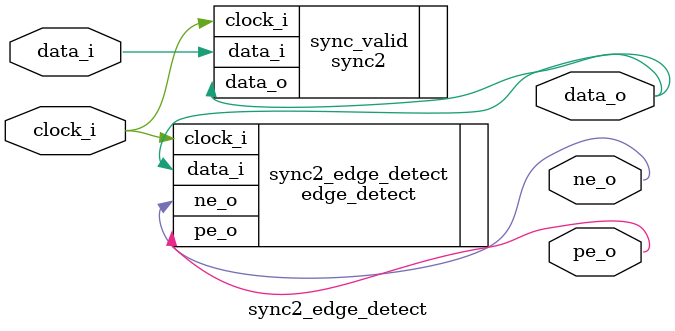
<source format=sv>

/**
 * PET Clone - Open hardware implementation of the Commodore PET
 * by Daniel Lehenbauer and contributors.
 * 
 * https://github.com/DLehenbauer/commodore-pet-clone
 *
 * To the extent possible under law, I, Daniel Lehenbauer, have waived all
 * copyright and related or neighboring rights to this project. This work is
 * published from the United States.
 *
 * @copyright CC0 http://creativecommons.org/publicdomain/zero/1.0/
 * @author Daniel Lehenbauer <DLehenbauer@users.noreply.github.com> and contributors
 */

module sync2_edge_detect #(
    INITAL_DATA_I = '0
) (
    input  logic clock_i,  // Destination/sampling clock
    input  logic data_i,   // Input data in source clock domain
    output logic data_o,   // Synchronized output in destination clock domain
    output logic pe_o,     // Pulse for rising edge in destination clock domain
    output logic ne_o      // Pulse for falling edge in destination clock domain
);
    sync2 #(
        INITAL_DATA_I
    ) sync_valid (
        .clock_i(clock_i),
        .data_i (data_i),
        .data_o (data_o)
    );

    edge_detect #(
        INITAL_DATA_I
    ) sync2_edge_detect (
        .clock_i(clock_i),
        .data_i(data_o),
        .pe_o(pe_o),
        .ne_o(ne_o)
    );
endmodule

</source>
